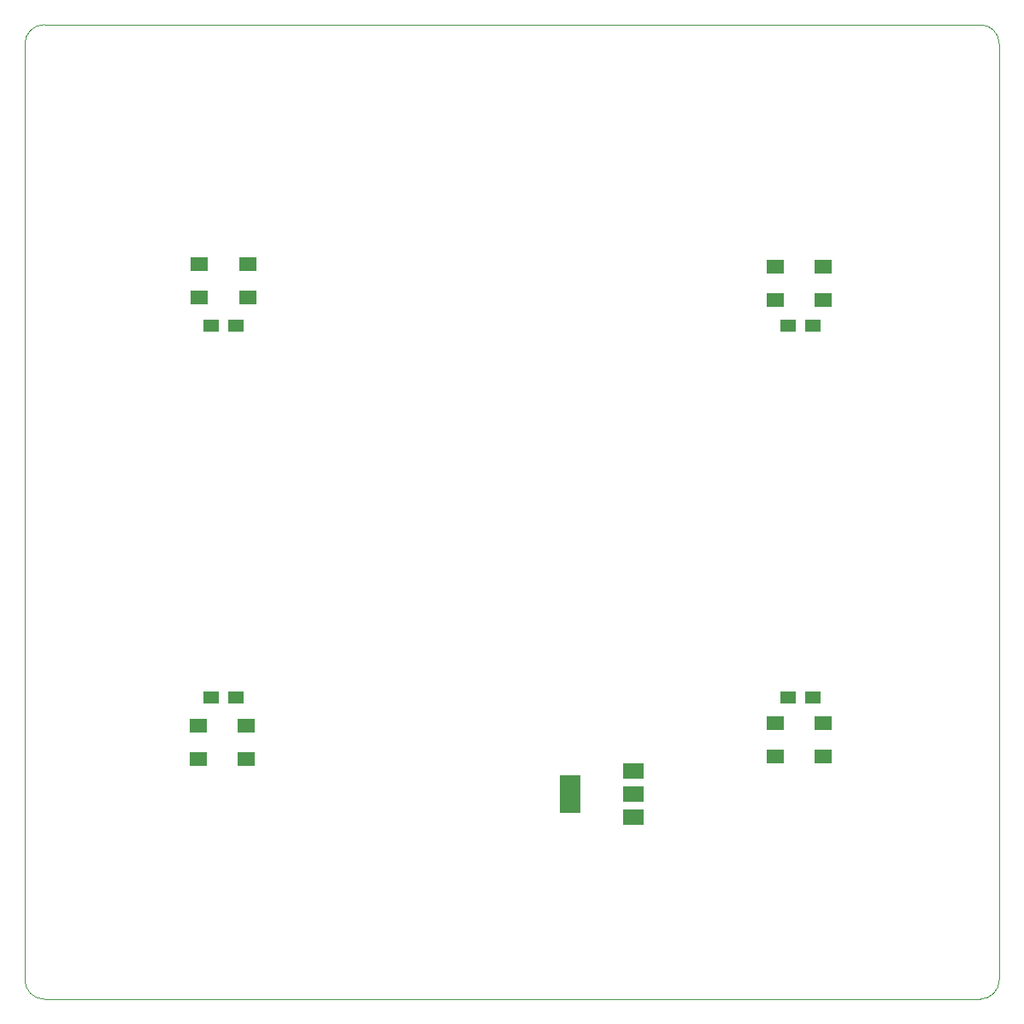
<source format=gbr>
%TF.GenerationSoftware,KiCad,Pcbnew,(5.0.0)*%
%TF.CreationDate,2018-08-30T21:29:27+03:00*%
%TF.ProjectId,Macropad,4D6163726F7061642E6B696361645F70,rev?*%
%TF.SameCoordinates,Original*%
%TF.FileFunction,Paste,Bot*%
%TF.FilePolarity,Positive*%
%FSLAX46Y46*%
G04 Gerber Fmt 4.6, Leading zero omitted, Abs format (unit mm)*
G04 Created by KiCad (PCBNEW (5.0.0)) date 08/30/18 21:29:27*
%MOMM*%
%LPD*%
G01*
G04 APERTURE LIST*
%ADD10C,0.100000*%
%ADD11R,1.500000X1.250000*%
%ADD12R,2.000000X3.800000*%
%ADD13R,2.000000X1.500000*%
%ADD14R,1.800000X1.400000*%
G04 APERTURE END LIST*
D10*
X17780000Y-112395000D02*
X17780000Y-19685000D01*
X112395000Y-114300000D02*
X19685000Y-114300000D01*
X114300000Y-19685000D02*
X114300000Y-112395000D01*
X19685000Y-17780000D02*
X112395000Y-17780000D01*
X114300000Y-19685000D02*
G75*
G03X112395000Y-17780000I-1905000J0D01*
G01*
X112395000Y-114300000D02*
G75*
G03X114300000Y-112395000I0J1905000D01*
G01*
X17780000Y-112395000D02*
G75*
G03X19685000Y-114300000I1905000J0D01*
G01*
X19685000Y-17780000D02*
G75*
G03X17780000Y-19685000I0J-1905000D01*
G01*
D11*
X36215000Y-84455000D03*
X38715000Y-84455000D03*
X36215000Y-47625000D03*
X38715000Y-47625000D03*
X93365000Y-84455000D03*
X95865000Y-84455000D03*
X93365000Y-47625000D03*
X95865000Y-47625000D03*
D12*
X71780000Y-93980000D03*
D13*
X78080000Y-93980000D03*
X78080000Y-96280000D03*
X78080000Y-91680000D03*
D14*
X35065000Y-44830000D03*
X35065000Y-41530000D03*
X39865000Y-41530000D03*
X39865000Y-44830000D03*
X39738000Y-87250000D03*
X39738000Y-90550000D03*
X34938000Y-90550000D03*
X34938000Y-87250000D03*
X96888000Y-86996000D03*
X96888000Y-90296000D03*
X92088000Y-90296000D03*
X92088000Y-86996000D03*
X92088000Y-45084000D03*
X92088000Y-41784000D03*
X96888000Y-41784000D03*
X96888000Y-45084000D03*
M02*

</source>
